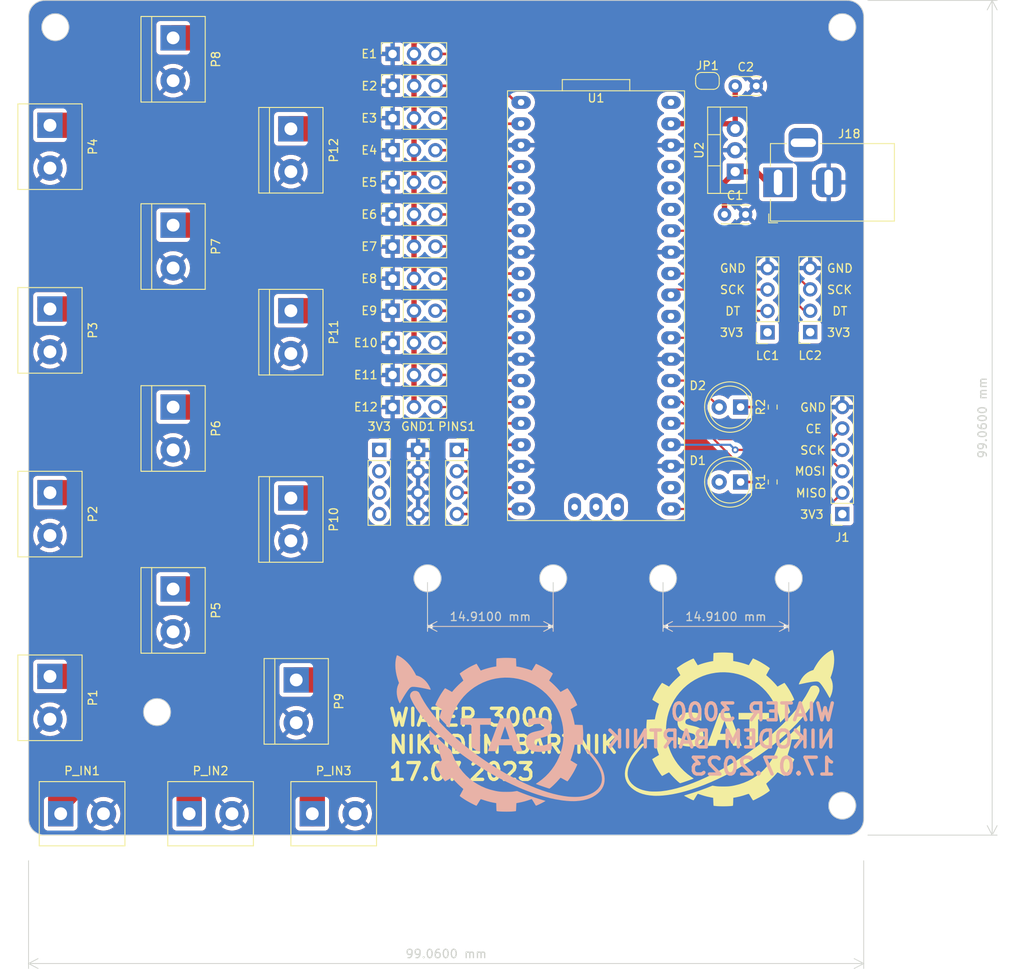
<source format=kicad_pcb>
(kicad_pcb (version 20221018) (generator pcbnew)
  (layers (0 "F.Cu" signal) (31 "B.Cu" signal) (34 "B.Paste" user) (35 "F.Paste" user) (36 "B.SilkS" user "B.Silkscreen") (37 "F.SilkS" user "F.Silkscreen") (38 "B.Mask" user) (39 "F.Mask" user) (44 "Edge.Cuts" user))
  (net 0 "")
  (net 1 "+12V")
  (net 2 "GND")
  (net 3 "+5V")
  (net 4 "Net-(D1-K)")
  (net 5 "+3V3")
  (net 6 "Net-(D2-K)")
  (net 7 "LED")
  (net 8 "MISO")
  (net 9 "MOSI")
  (net 10 "SCK")
  (net 11 "CE")
  (net 12 "PIN12")
  (net 13 "PIN13")
  (net 14 "PIN14")
  (net 15 "PIN15")
  (net 16 "S1")
  (net 17 "S2")
  (net 18 "S3")
  (net 19 "S4")
  (net 20 "S5")
  (net 21 "S6")
  (net 22 "S7")
  (net 23 "S8")
  (net 24 "S9")
  (net 25 "S10")
  (net 26 "S11")
  (net 27 "S12")
  (net 29 "HX711_1_DT")
  (net 30 "HX711_1_SCK")
  (net 31 "HX711_2_DT")
  (net 32 "HX711_2_SCK")
  (net 33 "CNS")
  (net 41 "Net-(E1-Pin_2)")
  (net 42 "Net-(P1-Pin_1)")
  (net 43 "Net-(P5-Pin_1)")
  (net 44 "Net-(P10-Pin_1)")
  (footprint "TerminalBlock:TerminalBlock_bornier-2_P5.08mm" (layer "F.Cu") (at 109.855 73.66 -90)
    (fp_text reference "P11" (at 2.54 -5.08 90) (layer "F.SilkS"))
    (fp_text value "P1")
    (pad "1" thru_hole rect (at 0 0 270) (size 3 3) (drill 1.52) (layers "*.Cu" "*.Mask") (net 44 "Net-(P10-Pin_1)"))
    (pad "2" thru_hole circle (at 5.08 0 270) (size 3 3) (drill 1.52) (layers "*.Cu" "*.Mask") (net 2 "GND"))
  )
  (footprint "Capacitor_THT:C_Disc_D3.0mm_W2.0mm_P2.50mm" (layer "F.Cu") (at 161.29 62.23)
    (fp_text reference "C1" (at 1.25 -2.25) (layer "F.SilkS"))
    (fp_text value "100u")
    (pad "1" thru_hole circle (at 0 0) (size 1.6 1.6) (drill 0.8) (layers "*.Cu" "*.Mask") (net 1 "+12V"))
    (pad "2" thru_hole circle (at 2.5 0) (size 1.6 1.6) (drill 0.8) (layers "*.Cu" "*.Mask") (net 2 "GND"))
  )
  (footprint "Connector_PinSocket_2.54mm:PinSocket_1x04_P2.54mm_Vertical" (layer "F.Cu") (at 171.45 76.2 180)
    (fp_text reference "LC2" (at 0 -2.77) (layer "F.SilkS"))
    (fp_text value "HX711_2")
    (pad "1" thru_hole rect (at 0 0 180) (size 1.7 1.7) (drill 1) (layers "*.Cu" "*.Mask") (net 5 "+3V3"))
    (pad "2" thru_hole oval (at 0 2.54 180) (size 1.7 1.7) (drill 1) (layers "*.Cu" "*.Mask") (net 31 "HX711_2_DT"))
    (pad "3" thru_hole oval (at 0 5.08 180) (size 1.7 1.7) (drill 1) (layers "*.Cu" "*.Mask") (net 32 "HX711_2_SCK"))
    (pad "4" thru_hole oval (at 0 7.62 180) (size 1.7 1.7) (drill 1) (layers "*.Cu" "*.Mask") (net 2 "GND"))
  )
  (footprint "Resistor_SMD:R_0603_1608Metric_Pad0.98x0.95mm_HandSolder" (layer "F.Cu") (at 167.005 93.98 90)
    (fp_text reference "R1" (at 0 -1.43 90) (layer "F.SilkS"))
    (fp_text value "200")
    (pad "1" smd roundrect (at -0.9125 0 90) (size 0.975 0.95) (layers "F.Cu" "F.Paste" "F.Mask") (net 4 "Net-(D1-K)"))
    (pad "2" smd roundrect (at 0.9125 0 90) (size 0.975 0.95) (layers "F.Cu" "F.Paste" "F.Mask") (net 2 "GND"))
  )
  (footprint "Jumper:SolderJumper-2_P1.3mm_Open_RoundedPad1.0x1.5mm" (layer "F.Cu") (at 159.26428 46.380818)
    (fp_text reference "JP1" (at 0 -1.8) (layer "F.SilkS"))
    (fp_text value "J_5V_ESC")
    (pad "1" smd custom (at -0.65 0) (size 1 0.5) (layers "F.Cu" "F.Mask") (net 41 "Net-(E1-Pin_2)") (options (clearance outline) (anchor rect)) (primitives (gr_circle (center 0 0.25) (end 0.5 0.25) (width 0) (fill yes)) (gr_circle (center 0 -0.25) (end 0.5 -0.25) (width 0) (fill yes)) (gr_poly (pts (xy 0.5 0.75) (xy 0 0.75) (xy 0 -0.75) (xy 0.5 -0.75)) (width 0) (fill yes))))
    (pad "2" smd custom (at 0.65 0) (size 1 0.5) (layers "F.Cu" "F.Mask") (net 3 "+5V") (options (clearance outline) (anchor rect)) (primitives (gr_circle (center 0 0.25) (end 0.5 0.25) (width 0) (fill yes)) (gr_circle (center 0 -0.25) (end 0.5 -0.25) (width 0) (fill yes)) (gr_poly (pts (xy 0 0.75) (xy -0.5 0.75) (xy -0.5 -0.75) (xy 0 -0.75)) (width 0) (fill yes))))
  )
  (footprint "TerminalBlock:TerminalBlock_bornier-2_P5.08mm" (layer "F.Cu") (at 95.885 85.09 -90)
    (fp_text reference "P6" (at 2.54 -5.08 90) (layer "F.SilkS"))
    (fp_text value "P1")
    (pad "1" thru_hole rect (at 0 0 270) (size 3 3) (drill 1.52) (layers "*.Cu" "*.Mask") (net 43 "Net-(P5-Pin_1)"))
    (pad "2" thru_hole circle (at 5.08 0 270) (size 3 3) (drill 1.52) (layers "*.Cu" "*.Mask") (net 2 "GND"))
  )
  (footprint "TerminalBlock:TerminalBlock_bornier-2_P5.08mm" (layer "F.Cu") (at 95.885 106.68 -90)
    (fp_text reference "P5" (at 2.54 -5.08 90) (layer "F.SilkS"))
    (fp_text value "P1")
    (pad "1" thru_hole rect (at 0 0 270) (size 3 3) (drill 1.52) (layers "*.Cu" "*.Mask") (net 43 "Net-(P5-Pin_1)"))
    (pad "2" thru_hole circle (at 5.08 0 270) (size 3 3) (drill 1.52) (layers "*.Cu" "*.Mask") (net 2 "GND"))
  )
  (footprint "Connector_PinSocket_2.54mm:PinSocket_1x03_P2.54mm_Vertical" (layer "F.Cu") (at 121.92 66.04 90)
    (fp_text reference "E7" (at 0 -2.77 180) (layer "F.SilkS"))
    (fp_text value "ESC7")
    (pad "1" thru_hole rect (at 0 0 90) (size 1.7 1.7) (drill 1) (layers "*.Cu" "*.Mask") (net 2 "GND"))
    (pad "2" thru_hole oval (at 0 2.54 90) (size 1.7 1.7) (drill 1) (layers "*.Cu" "*.Mask") (net 41 "Net-(E1-Pin_2)"))
    (pad "3" thru_hole oval (at 0 5.08 90) (size 1.7 1.7) (drill 1) (layers "*.Cu" "*.Mask") (net 22 "S7"))
  )
  (footprint "TerminalBlock:TerminalBlock_bornier-2_P5.08mm" (layer "F.Cu") (at 109.855 52.07 -90)
    (fp_text reference "P12" (at 2.54 -5.08 90) (layer "F.SilkS"))
    (fp_text value "P1")
    (pad "1" thru_hole rect (at 0 0 270) (size 3 3) (drill 1.52) (layers "*.Cu" "*.Mask") (net 44 "Net-(P10-Pin_1)"))
    (pad "2" thru_hole circle (at 5.08 0 270) (size 3 3) (drill 1.52) (layers "*.Cu" "*.Mask") (net 2 "GND"))
  )
  (footprint "TerminalBlock:TerminalBlock_bornier-2_P5.08mm" (layer "F.Cu") (at 82.55 133.35)
    (fp_text reference "P_IN1" (at 2.54 -5.08) (layer "F.SilkS"))
    (fp_text value "P")
    (pad "1" thru_hole rect (at 0 0) (size 3 3) (drill 1.52) (layers "*.Cu" "*.Mask") (net 42 "Net-(P1-Pin_1)"))
    (pad "2" thru_hole circle (at 5.08 0) (size 3 3) (drill 1.52) (layers "*.Cu" "*.Mask") (net 2 "GND"))
  )
  (footprint "Connector_PinSocket_2.54mm:PinSocket_1x04_P2.54mm_Vertical" (layer "F.Cu") (at 120.34 90.17)
    (fp_text reference "3V3" (at 0 -2.77) (layer "F.SilkS"))
    (fp_text value "3.3V")
    (pad "1" thru_hole rect (at 0 0) (size 1.7 1.7) (drill 1) (layers "*.Cu" "*.Mask") (net 5 "+3V3"))
    (pad "2" thru_hole oval (at 0 2.54) (size 1.7 1.7) (drill 1) (layers "*.Cu" "*.Mask") (net 5 "+3V3"))
    (pad "3" thru_hole oval (at 0 5.08) (size 1.7 1.7) (drill 1) (layers "*.Cu" "*.Mask") (net 5 "+3V3"))
    (pad "4" thru_hole oval (at 0 7.62) (size 1.7 1.7) (drill 1) (layers "*.Cu" "*.Mask") (net 5 "+3V3"))
  )
  (footprint "LED_THT:LED_D5.0mm" (layer "F.Cu") (at 163.195 93.98 180)
    (fp_text reference "D1" (at 5.08 2.54) (layer "F.SilkS"))
    (fp_text value "LED")
    (pad "1" thru_hole rect (at 0 0 180) (size 1.8 1.8) (drill 0.9) (layers "*.Cu" "*.Mask") (net 4 "Net-(D1-K)"))
    (pad "2" thru_hole circle (at 2.54 0 180) (size 1.8 1.8) (drill 0.9) (layers "*.Cu" "*.Mask") (net 5 "+3V3"))
  )
  (footprint "LOGO" (layer "F.Cu") (at 161.29 123.19)
    (fp_text reference "G***" hide)
    (fp_text value "LOGO" hide)
  )
  (footprint "Connector_PinSocket_2.54mm:PinSocket_1x04_P2.54mm_Vertical" (layer "F.Cu") (at 129.54 90.17)
    (fp_text reference "PINS1" (at 0 -2.77) (layer "F.SilkS"))
    (fp_text value "PINS")
    (pad "1" thru_hole rect (at 0 0) (size 1.7 1.7) (drill 1) (layers "*.Cu" "*.Mask") (net 12 "PIN12"))
    (pad "2" thru_hole oval (at 0 2.54) (size 1.7 1.7) (drill 1) (layers "*.Cu" "*.Mask") (net 13 "PIN13"))
    (pad "3" thru_hole oval (at 0 5.08) (size 1.7 1.7) (drill 1) (layers "*.Cu" "*.Mask") (net 14 "PIN14"))
    (pad "4" thru_hole oval (at 0 7.62) (size 1.7 1.7) (drill 1) (layers "*.Cu" "*.Mask") (net 15 "PIN15"))
  )
  (footprint "TerminalBlock:TerminalBlock_bornier-2_P5.08mm" (layer "F.Cu") (at 110.49 117.475 -90)
    (fp_text reference "P9" (at 2.54 -5.08 90) (layer "F.SilkS"))
    (fp_text value "P1")
    (pad "1" thru_hole rect (at 0 0 270) (size 3 3) (drill 1.52) (layers "*.Cu" "*.Mask") (net 44 "Net-(P10-Pin_1)"))
    (pad "2" thru_hole circle (at 5.08 0 270) (size 3 3) (drill 1.52) (layers "*.Cu" "*.Mask") (net 2 "GND"))
  )
  (footprint "Connector_PinSocket_2.54mm:PinSocket_1x03_P2.54mm_Vertical" (layer "F.Cu") (at 121.92 43.18 90)
    (fp_text reference "E1" (at 0 -2.77 180) (layer "F.SilkS"))
    (fp_text value "ESC1")
    (pad "1" thru_hole rect (at 0 0 90) (size 1.7 1.7) (drill 1) (layers "*.Cu" "*.Mask") (net 2 "GND"))
    (pad "2" thru_hole oval (at 0 2.54 90) (size 1.7 1.7) (drill 1) (layers "*.Cu" "*.Mask") (net 41 "Net-(E1-Pin_2)"))
    (pad "3" thru_hole oval (at 0 5.08 90) (size 1.7 1.7) (drill 1) (layers "*.Cu" "*.Mask") (net 16 "S1"))
  )
  (footprint "TerminalBlock:TerminalBlock_bornier-2_P5.08mm" (layer "F.Cu") (at 95.885 63.5 -90)
    (fp_text reference "P7" (at 2.54 -5.08 90) (layer "F.SilkS"))
    (fp_text value "P1")
    (pad "1" thru_hole rect (at 0 0 270) (size 3 3) (drill 1.52) (layers "*.Cu" "*.Mask") (net 43 "Net-(P5-Pin_1)"))
    (pad "2" thru_hole circle (at 5.08 0 270) (size 3 3) (drill 1.52) (layers "*.Cu" "*.Mask") (net 2 "GND"))
  )
  (footprint "Capacitor_THT:C_Disc_D3.0mm_W2.0mm_P2.50mm" (layer "F.Cu") (at 162.56 46.99)
    (fp_text reference "C2" (at 1.25 -2.25) (layer "F.SilkS"))
    (fp_text value "10u")
    (pad "1" thru_hole circle (at 0 0) (size 1.6 1.6) (drill 0.8) (layers "*.Cu" "*.Mask") (net 3 "+5V"))
    (pad "2" thru_hole circle (at 2.5 0) (size 1.6 1.6) (drill 0.8) (layers "*.Cu" "*.Mask") (net 2 "GND"))
  )
  (footprint "Connector_PinSocket_2.54mm:PinSocket_1x06_P2.54mm_Vertical" (layer "F.Cu") (at 175.26 97.79 180)
    (fp_text reference "J1" (at 0 -2.77) (layer "F.SilkS"))
    (fp_text value "SPI")
    (pad "1" thru_hole rect (at 0 0 180) (size 1.7 1.7) (drill 1) (layers "*.Cu" "*.Mask") (net 5 "+3V3"))
    (pad "2" thru_hole oval (at 0 2.54 180) (size 1.7 1.7) (drill 1) (layers "*.Cu" "*.Mask") (net 8 "MISO"))
    (pad "3" thru_hole oval (at 0 5.08 180) (size 1.7 1.7) (drill 1) (layers "*.Cu" "*.Mask") (net 9 "MOSI"))
    (pad "4" thru_hole oval (at 0 7.62 180) (size 1.7 1.7) (drill 1) (layers "*.Cu" "*.Mask") (net 10 "SCK"))
    (pad "5" thru_hole oval (at 0 10.16 180) (size 1.7 1.7) (drill 1) (layers "*.Cu" "*.Mask") (net 11 "CE"))
    (pad "6" thru_hole oval (at 0 12.7 180) (size 1.7 1.7) (drill 1) (layers "*.Cu" "*.Mask") (net 2 "GND"))
  )
  (footprint "TerminalBlock:TerminalBlock_bornier-2_P5.08mm" (layer "F.Cu") (at 81.28 117.051668 -90)
    (fp_text reference "P1" (at 2.54 -5.08 90) (layer "F.SilkS"))
    (fp_text value "P1")
    (pad "1" thru_hole rect (at 0 0 270) (size 3 3) (drill 1.52) (layers "*.Cu" "*.Mask") (net 42 "Net-(P1-Pin_1)"))
    (pad "2" thru_hole circle (at 5.08 0 270) (size 3 3) (drill 1.52) (layers "*.Cu" "*.Mask") (net 2 "GND"))
  )
  (footprint "Connector_PinSocket_2.54mm:PinSocket_1x03_P2.54mm_Vertical" (layer "F.Cu") (at 121.92 50.8 90)
    (fp_text reference "E3" (at 0 -2.77 180) (layer "F.SilkS"))
    (fp_text value "ESC3")
    (pad "1" thru_hole rect (at 0 0 90) (size 1.7 1.7) (drill 1) (layers "*.Cu" "*.Mask") (net 2 "GND"))
    (pad "2" thru_hole oval (at 0 2.54 90) (size 1.7 1.7) (drill 1) (layers "*.Cu" "*.Mask") (net 41 "Net-(E1-Pin_2)"))
    (pad "3" thru_hole oval (at 0 5.08 90) (size 1.7 1.7) (drill 1) (layers "*.Cu" "*.Mask") (net 18 "S3"))
  )
  (footprint "Connector_PinSocket_2.54mm:PinSocket_1x03_P2.54mm_Vertical" (layer "F.Cu") (at 121.92 69.85 90)
    (fp_text reference "E8" (at 0 -2.77 180) (layer "F.SilkS"))
    (fp_text value "ESC8")
    (pad "1" thru_hole rect (at 0 0 90) (size 1.7 1.7) (drill 1) (layers "*.Cu" "*.Mask") (net 2 "GND"))
    (pad "2" thru_hole oval (at 0 2.54 90) (size 1.7 1.7) (drill 1) (layers "*.Cu" "*.Mask") (net 41 "Net-(E1-Pin_2)"))
    (pad "3" thru_hole oval (at 0 5.08 90) (size 1.7 1.7) (drill 1) (layers "*.Cu" "*.Mask") (net 23 "S8"))
  )
  (footprint "TerminalBlock:TerminalBlock_bornier-2_P5.08mm" (layer "F.Cu") (at 81.28 73.448334 -90)
    (fp_text reference "P3" (at 2.54 -5.08 90) (layer "F.SilkS"))
    (fp_text value "P1")
    (pad "1" thru_hole rect (at 0 0 270) (size 3 3) (drill 1.52) (layers "*.Cu" "*.Mask") (net 42 "Net-(P1-Pin_1)"))
    (pad "2" thru_hole circle (at 5.08 0 270) (size 3 3) (drill 1.52) (layers "*.Cu" "*.Mask") (net 2 "GND"))
  )
  (footprint "LED_THT:LED_D5.0mm" (layer "F.Cu") (at 163.195 85.09 180)
    (fp_text reference "D2" (at 5.08 2.54) (layer "F.SilkS"))
    (fp_text value "LED")
    (pad "1" thru_hole rect (at 0 0 180) (size 1.8 1.8) (drill 0.9) (layers "*.Cu" "*.Mask") (net 6 "Net-(D2-K)"))
    (pad "2" thru_hole circle (at 2.54 0 180) (size 1.8 1.8) (drill 0.9) (layers "*.Cu" "*.Mask") (net 7 "LED"))
  )
  (footprint "Connector_PinSocket_2.54mm:PinSocket_1x03_P2.54mm_Vertical" (layer "F.Cu") (at 121.92 77.47 90)
    (fp_text reference "E10" (at 0 -3.175 180) (layer "F.SilkS"))
    (fp_text value "ESC10")
    (pad "1" thru_hole rect (at 0 0 90) (size 1.7 1.7) (drill 1) (layers "*.Cu" "*.Mask") (net 2 "GND"))
    (pad "2" thru_hole oval (at 0 2.54 90) (size 1.7 1.7) (drill 1) (layers "*.Cu" "*.Mask") (net 41 "Net-(E1-Pin_2)"))
    (pad "3" thru_hole oval (at 0 5.08 90) (size 1.7 1.7) (drill 1) (layers "*.Cu" "*.Mask") (net 25 "S10"))
  )
  (footprint "TerminalBlock:TerminalBlock_bornier-2_P5.08mm" (layer "F.Cu") (at 112.395 133.35)
    (fp_text reference "P_IN3" (at 2.54 -5.08) (layer "F.SilkS"))
    (fp_text value "P")
    (pad "1" thru_hole rect (at 0 0) (size 3 3) (drill 1.52) (layers "*.Cu" "*.Mask") (net 44 "Net-(P10-Pin_1)"))
    (pad "2" thru_hole circle (at 5.08 0) (size 3 3) (drill 1.52) (layers "*.Cu" "*.Mask") (net 2 "GND"))
  )
  (footprint "Connector_PinSocket_2.54mm:PinSocket_1x04_P2.54mm_Vertical" (layer "F.Cu") (at 124.94 90.17)
    (fp_text reference "GND1" (at 0 -2.77) (layer "F.SilkS"))
    (fp_text value "GND")
    (pad "1" thru_hole rect (at 0 0) (size 1.7 1.7) (drill 1) (layers "*.Cu" "*.Mask") (net 2 "GND"))
    (pad "2" thru_hole oval (at 0 2.54) (size 1.7 1.7) (drill 1) (layers "*.Cu" "*.Mask") (net 2 "GND"))
    (pad "3" thru_hole oval (at 0 5.08) (size 1.7 1.7) (drill 1) (layers "*.Cu" "*.Mask") (net 2 "GND"))
    (pad "4" thru_hole oval (at 0 7.62) (size 1.7 1.7) (drill 1) (layers "*.Cu" "*.Mask") (net 2 "GND"))
  )
  (footprint "Connector_PinSocket_2.54mm:PinSocket_1x03_P2.54mm_Vertical" (layer "F.Cu") (at 121.92 81.28 90)
    (fp_text reference "E11" (at 0 -3.175 180) (layer "F.SilkS"))
    (fp_text value "ESC11")
    (pad "1" thru_hole rect (at 0 0 90) (size 1.7 1.7) (drill 1) (layers "*.Cu" "*.Mask") (net 2 "GND"))
    (pad "2" thru_hole oval (at 0 2.54 90) (size 1.7 1.7) (drill 1) (layers "*.Cu" "*.Mask") (net 41 "Net-(E1-Pin_2)"))
    (pad "3" thru_hole oval (at 0 5.08 90) (size 1.7 1.7) (drill 1) (layers "*.Cu" "*.Mask") (net 26 "S11"))
  )
  (footprint "Resistor_SMD:R_0603_1608Metric_Pad0.98x0.95mm_HandSolder" (layer "F.Cu") (at 167.005 85.09 90)
    (fp_text reference "R2" (at 0 -1.43 90) (layer "F.SilkS"))
    (fp_text value "200")
    (pad "1" smd roundrect (at -0.9125 0 90) (size 0.975 0.95) (layers "F.Cu" "F.Paste" "F.Mask") (net 6 "Net-(D2-K)"))
    (pad "2" smd roundrect (at 0.9125 0 90) (size 0.975 0.95) (layers "F.Cu" "F.Paste" "F.Mask") (net 2 "GND"))
  )
  (footprint "Connector_BarrelJack:BarrelJack_Horizontal" (layer "F.Cu") (at 167.64 58.42 180)
    (fp_text reference "J18" (at -8.45 5.75) (layer "F.SilkS"))
    (fp_text value "Barrel_Jack_Switch")
    (pad "1" thru_hole rect (at 0 0 180) (size 3.5 3.5) (drill oval 1 3) (layers "*.Cu" "*.Mask") (net 1 "+12V"))
    (pad "2" thru_hole roundrect (at -6 0 180) (size 3 3.5) (drill oval 1 3) (layers "*.Cu" "*.Mask") (net 2 "GND"))
    (pad "3" thru_hole roundrect (at -3 4.7 180) (size 3.5 3.5) (drill oval 3 1) (layers "*.Cu" "*.Mask"))
  )
  (footprint "Connector_PinSocket_2.54mm:PinSocket_1x03_P2.54mm_Vertical" (layer "F.Cu") (at 121.935 46.965 90)
    (fp_text reference "E2" (at -0.025 -2.77 180) (layer "F.SilkS"))
    (fp_text value "ESC2")
    (pad "1" thru_hole rect (at 0 0 90) (size 1.7 1.7) (drill 1) (layers "*.Cu" "*.Mask") (net 2 "GND"))
    (pad "2" thru_hole oval (at 0 2.54 90) (size 1.7 1.7) (drill 1) (layers "*.Cu" "*.Mask") (net 41 "Net-(E1-Pin_2)"))
    (pad "3" thru_hole oval (at 0 5.08 90) (size 1.7 1.7) (drill 1) (layers "*.Cu" "*.Mask") (net 17 "S2"))
  )
  (footprint "Package_TO_SOT_THT:TO-220-3_Vertical" (layer "F.Cu") (at 162.56 57.15 90)
    (fp_text reference "U2" (at 2.54 -4.27 90) (layer "F.SilkS"))
    (fp_text value "L7805")
    (pad "1" thru_hole rect (at 0 0 90) (size 1.905 2) (drill 1.1) (layers "*.Cu" "*.Mask") (net 1 "+12V"))
    (pad "2" thru_hole oval (at 2.54 0 90) (size 1.905 2) (drill 1.1) (layers "*.Cu" "*.Mask") (net 2 "GND"))
    (pad "3" thru_hole oval (at 5.08 0 90) (size 1.905 2) (drill 1.1) (layers "*.Cu" "*.Mask") (net 3 "+5V"))
  )
  (footprint "TerminalBlock:TerminalBlock_bornier-2_P5.08mm" (layer "F.Cu") (at 97.79 133.35)
    (fp_text reference "P_IN2" (at 2.54 -5.08) (layer "F.SilkS"))
    (fp_text value "P")
    (pad "1" thru_hole rect (at 0 0) (size 3 3) (drill 1.52) (layers "*.Cu" "*.Mask") (net 43 "Net-(P5-Pin_1)"))
    (pad "2" thru_hole circle (at 5.08 0) (size 3 3) (drill 1.52) (layers "*.Cu" "*.Mask") (net 2 "GND"))
  )
  (footprint "Connector_PinSocket_2.54mm:PinSocket_1x03_P2.54mm_Vertical" (layer "F.Cu") (at 121.92 54.61 90)
    (fp_text reference "E4" (at 0 -2.77 180) (layer "F.SilkS"))
    (fp_text value "ESC4")
    (pad "1" thru_hole rect (at 0 0 90) (size 1.7 1.7) (drill 1) (layers "*.Cu" "*.Mask") (net 2 "GND"))
    (pad "2" thru_hole oval (at 0 2.54 90) (size 1.7 1.7) (drill 1) (layers "*.Cu" "*.Mask") (net 41 "Net-(E1-Pin_2)"))
    (pad "3" thru_hole oval (at 0 5.08 90) (size 1.7 1.7) (drill 1) (layers "*.Cu" "*.Mask") (net 19 "S4"))
  )
  (footprint "Connector_PinSocket_2.54mm:PinSocket_1x03_P2.54mm_Vertical" (layer "F.Cu") (at 121.92 62.23 90)
    (fp_text reference "E6" (at 0 -2.77 180) (layer "F.SilkS"))
    (fp_text value "ESC6")
    (pad "1" thru_hole rect (at 0 0 90) (size 1.7 1.7) (drill 1) (layers "*.Cu" "*.Mask") (net 2 "GND"))
    (pad "2" thru_hole oval (at 0 2.54 90) (size 1.7 1.7) (drill 1) (layers "*.Cu" "*.Mask") (net 41 "Net-(E1-Pin_2)"))
    (pad "3" thru_hole oval (at 0 5.08 90) (size 1.7 1.7) (drill 1) (layers "*.Cu" "*.Mask") (net 21 "S6"))
  )
  (footprint "TerminalBlock:TerminalBlock_bornier-2_P5.08mm" (layer "F.Cu") (at 81.28 51.646668 -90)
    (fp_text reference "P4" (at 2.54 -5.08 90) (layer "F.SilkS"))
    (fp_text value "P1")
    (pad "1" thru_hole rect (at 0 0 270) (size 3 3) (drill 1.52) (layers "*.Cu" "*.Mask") (net 42 "Net-(P1-Pin_1)"))
    (pad "2" thru_hole circle (at 5.08 0 270) (size 3 3) (drill 1.52) (layers "*.Cu" "*.Mask") (net 2 "GND"))
  )
  (footprint "TerminalBlock:TerminalBlock_bornier-2_P5.08mm" (layer "F.Cu") (at 95.885 41.275 -90)
    (fp_text reference "P8" (at 2.54 -5.08 90) (layer "F.SilkS"))
    (fp_text value "P1")
    (pad "1" thru_hole rect (at 0 0 270) (size 3 3) (drill 1.52) (layers "*.Cu" "*.Mask") (net 43 "Net-(P5-Pin_1)"))
    (pad "2" thru_hole circle (at 5.08 0 270) (size 3 3) (drill 1.52) (layers "*.Cu" "*.Mask") (net 2 "GND"))
  )
  (footprint "Connector_PinSocket_2.54mm:PinSocket_1x03_P2.54mm_Vertical" (layer "F.Cu") (at 121.92 58.42 90)
    (fp_text reference "E5" (at 0 -2.77 180) (layer "F.SilkS"))
    (fp_text value "ESC5")
    (pad "1" thru_hole rect (at 0 0 90) (size 1.7 1.7) (drill 1) (layers "*.Cu" "*.Mask") (net 2 "GND"))
    (pad "2" thru_hole oval (at 0 2.54 90) (size 1.7 1.7) (drill 1) (layers "*.Cu" "*.Mask") (net 41 "Net-(E1-Pin_2)"))
    (pad "3" thru_hole oval (at 0 5.08 90) (size 1.7 1.7) (drill 1) (layers "*.Cu" "*.Mask") (net 20 "S5"))
  )
  (footprint "Connector_PinSocket_2.54mm:PinSocket_1x03_P2.54mm_Vertical" (layer "F.Cu") (at 121.92 73.66 90)
    (fp_text reference "E9" (at 0 -2.77 180) (layer "F.SilkS"))
    (fp_text value "ESC9")
    (pad "1" thru_hole rect (at 0 0 90) (size 1.7 1.7) (drill 1) (layers "*.Cu" "*.Mask") (net 2 "GND"))
    (pad "2" thru_hole oval (at 0 2.54 90) (size 1.7 1.7) (drill 1) (layers "*.Cu" "*.Mask") (net 41 "Net-(E1-Pin_2)"))
    (pad "3" thru_hole oval (at 0 5.08 90) (size 1.7 1.7) (drill 1) (layers "*.Cu" "*.Mask") (net 24 "S9"))
  )
  (footprint "TerminalBlock:TerminalBlock_bornier-2_P5.08mm" (layer "F.Cu") (at 109.855 95.885 -90)
    (fp_text reference "P10" (at 2.54 -5.08 90) (layer "F.SilkS"))
    (fp_text value "P1")
    (pad "1" thru_hole rect (at 0 0 270) (size 3 3) (drill 1.52) (layers "*.Cu" "*.Mask") (net 44 "Net-(P10-Pin_1)"))
    (pad "2" thru_hole circle (at 5.08 0 270) (size 3 3) (drill 1.52) (layers "*.Cu" "*.Mask") (net 2 "GND"))
  )
  (footprint "Connector_PinSocket_2.54mm:PinSocket_1x04_P2.54mm_Vertical" (layer "F.Cu") (at 166.395 76.225 180)
    (fp_text reference "LC1" (at 0 -2.77) (layer "F.SilkS"))
    (fp_text value "HX711_1")
    (pad "1" thru_hole rect (at 0 0 180) (size 1.7 1.7) (drill 1) (layers "*.Cu" "*.Mask") (net 5 "+3V3"))
    (pad "2" thru_hole oval (at 0 2.54 180) (size 1.7 1.7) (drill 1) (layers "*.Cu" "*.Mask") (net 29 "HX711_1_DT"))
    (pad "3" thru_hole oval (at 0 5.08 180) (size 1.7 1.7) (drill 1) (layers "*.Cu" "*.Mask") (net 30 "HX711_1_SCK"))
    (pad "4" thru_hole oval (at 0 7.62 180) (size 1.7 1.7) (drill 1) (layers "*.Cu" "*.Mask") (net 2 "GND"))
  )
  (footprint "TerminalBlock:TerminalBlock_bornier-2_P5.08mm" (layer "F.Cu") (at 81.28 95.25 -90)
    (fp_text reference "P2" (at 2.54 -5.08 90) (layer "F.SilkS"))
    (fp_text value "P1")
    (pad "1" thru_hole rect (at 0 0 270) (size 3 3) (drill 1.52) (layers "*.Cu" "*.Mask") (net 42 "Net-(P1-Pin_1)"))
    (pad "2" thru_hole circle (at 5.08 0 270) (size 3 3) (drill 1.52) (layers "*.Cu" "*.Mask") (net 2 "GND"))
  )
  (footprint "Connector_PinSocket_2.54mm:PinSocket_1x03_P2.54mm_Vertical" (layer "F.Cu") (at 121.92 85.09 90)
    (fp_text reference "E12" (at 0 -3.175 180) (layer "F.SilkS"))
    (fp_text value "ESC12")
    (pad "1" thru_hole rect (at 0 0 90) (size 1.7 1.7) (drill 1) (layers "*.Cu" "*.Mask") (net 2 "GND"))
    (pad "2" thru_hole oval (at 0 2.54 90) (size 1.7 1.7) (drill 1) (layers "*.Cu" "*.Mask") (net 41 "Net-(E1-Pin_2)"))
    (pad "3" thru_hole oval (at 0 5.08 90) (size 1.7 1.7) (drill 1) (layers "*.Cu" "*.Mask") (net 27 "S12"))
  )
  (footprint "pipico:raspberry pi pico" (layer "F.Cu") (at 146.05 48.925)
    (fp_text reference "U1" (at 0 -0.5 unlocked) (layer "F.SilkS"))
    (fp_text value "pi pico")
    (pad "1" thru_hole oval (at -8.89 0) (size 2.3 1.524) (drill 0.762) (layers "*.Cu" "*.Mask") (net 16 "S1"))
    (pad "2" thru_hole oval (at -8.89 2.54) (size 2.3 1.524) (drill 0.762) (layers "*.Cu" "*.Mask") (net 17 "S2"))
    (pad "3" thru_hole oval (at -8.89 5.08) (size 2.3 1.524) (drill 0.762) (layers "*.Cu" "*.Mask") (net 2 "GND"))
    (pad "4" thru_hole oval (at -8.89 7.62) (size 2.3 1.524) (drill 0.762) (layers "*.Cu" "*.Mask") (net 18 "S3"))
    (pad "5" thru_hole oval (at -8.89 10.16) (size 2.3 1.524) (drill 0.762) (layers "*.Cu" "*.Mask") (net 19 "S4"))
    (pad "6" thru_hole oval (at -8.89 12.7) (size 2.3 1.524) (drill 0.762) (layers "*.Cu" "*.Mask") (net 20 "S5"))
    (pad "7" thru_hole oval (at -8.89 15.24) (size 2.3 1.524) (drill 0.762) (layers "*.Cu" "*.Mask") (net 21 "S6"))
    (pad "8" thru_hole oval (at -8.89 17.78) (size 2.3 1.524) (drill 0.762) (layers "*.Cu" "*.Mask") (net 2 "GND"))
    (pad "9" thru_hole oval (at -8.89 20.32) (size 2.3 1.524) (drill 0.762) (layers "*.Cu" "*.Mask") (net 22 "S7"))
    (pad "10" thru_hole oval (at -8.89 22.86) (size 2.3 1.524) (drill 0.762) (layers "*.Cu" "*.Mask") (net 23 "S8"))
    (pad "11" thru_hole oval (at -8.89 25.4) (size 2.3 1.524) (drill 0.762) (layers "*.Cu" "*.Mask") (net 24 "S9"))
    (pad "12" thru_hole oval (at -8.89 27.94) (size 2.3 1.524) (drill 0.762) (layers "*.Cu" "*.Mask") (net 25 "S10"))
    (pad "13" thru_hole oval (at -8.89 30.48) (size 2.3 1.524) (drill 0.762) (layers "*.Cu" "*.Mask") (net 2 "GND"))
    (pad "14" thru_hole oval (at -8.89 33.02) (size 2.3 1.524) (drill 0.762) (layers "*.Cu" "*.Mask") (net 26 "S11"))
    (pad "15" thru_hole oval (at -8.89 35.56) (size 2.3 1.524) (drill 0.762) (layers "*.Cu" "*.Mask") (net 27 "S12"))
    (pad "16" thru_hole oval (at -8.89 38.1) (size 2.3 1.524) (drill 0.762) (layers "*.Cu" "*.Mask") (net 12 "PIN12"))
    (pad "17" thru_hole oval (at -8.89 40.64) (size 2.3 1.524) (drill 0.762) (layers "*.Cu" "*.Mask") (net 13 "PIN13"))
    (pad "18" thru_hole oval (at -8.89 43.18) (size 2.3 1.524) (drill 0.762) (layers "*.Cu" "*.Mask") (net 2 "GND"))
    (pad "19" thru_hole oval (at -8.89 45.72) (size 2.3 1.524) (drill 0.762) (layers "*.Cu" "*.Mask") (net 14 "PIN14"))
    (pad "20" thru_hole oval (at -8.89 48.26) (size 2.3 1.524) (drill 0.762) (layers "*.Cu" "*.Mask") (net 15 "PIN15"))
    (pad "21" thru_hole oval (at 8.89 48.26) (size 2.3 1.524) (drill 0.762) (layers "*.Cu" "*.Mask") (net 8 "MISO"))
    (pad "22" thru_hole oval (at 8.89 45.72) (size 2.3 1.524) (drill 0.762) (layers "*.Cu" "*.Mask") (net 33 "CNS"))
    (pad "23" thru_hole oval (at 8.89 43.18) (size 2.3 1.524) (drill 0.762) (layers "*.Cu" "*.Mask") (net 2 "GND"))
    (pad "24" thru_hole oval (at 8.89 40.64) (size 2.3 1.524) (drill 0.762) (layers "*.Cu" "*.Mask") (net 10 "SCK"))
    (pad "25" thru_hole oval (at 8.89 38.1) (size 2.3 1.524) (drill 0.762) (layers "*.Cu" "*.Mask") (net 9 "MOSI"))
    (pad "26" thru_hole oval (at 8.89 35.56) (size 2.3 1.524) (drill 0.762) (layers "*.Cu" "*.Mask") (net 11 "CE"))
    (pad "27" thru_hole oval (at 8.89 33.02) (size 2.3 1.524) (drill 0.762) (layers "*.Cu" "*.Mask") (net 7 "LED"))
    (pad "28" thru_hole oval (at 8.89 30.48) (size 2.3 1.524) (drill 0.762) (layers "*.Cu" "*.Mask") (net 2 "GND"))
    (pad "29" thru_hole oval (at 8.89 27.94) (size 2.3 1.524) (drill 0.762) (layers "*.Cu" "*.Mask") (net 29 "HX711_1_DT"))
    (pad "30" thru_hole oval (at 8.89 25.4) (size 2.3 1.524) (drill 0.762) (layers "*.Cu" "*.Mask"))
    (pad "31" thru_hole oval (at 8.89 22.86) (size 2.3 1.524) (drill 0.762) (layers "*.Cu" "*.Mask") (net 30 "HX711_1_SCK"))
    (pad "32" thru_hole oval (at 8.89 20.32) (size 2.3 1.524) (drill 0.762) (layers "*.Cu" "*.Mask") (net 31 "HX711_2_DT"))
    (pad "33" thru_hole oval (at 8.89 17.78) (size 2.3 1.524) (drill 0.762) (layers "*.Cu" "*.Mask") (net 2 "GND"))
    (pad "34" thru_hole oval (at 8.89 15.24) (size 2.3 1.524) (drill 0.762) (layers "*.Cu" "*.Mask") (net 32 "HX711_2_SCK"))
    (pad "35" thru_hole oval (at 8.89 12.7) (size 2.3 1.524) (drill 0.762) (layers "*.Cu" "*.Mask"))
    (pad "36" thru_hole oval (at 8.89 10.16) (size 2.3 1.524) (drill 0.762) (layers "*.Cu" "*.Mask") (net 5 "+3V3"))
    (pad "37" thru_hole oval (at 8.89 7.62) (size 2.3 1.524) (drill 0.762) (layers "*.Cu" "*.Mask"))
    (pad "38" thru_hole oval (at 8.89 5.08) (size 2.3 1.524) (drill 0.762) (layers "*.Cu" "*.Mask") (net 2 "GND"))
    (pad "39" thru_hole oval (at 8.89 2.54) (size 2.3 1.524) (drill 0.762) (layers "*.Cu" "*.Mask") (net 3 "+5V"))
    (pad "40" thru_hole oval (at 8.89 0) (size 2.3 1.524) (drill 0.762) (layers "*.Cu" "*.Mask"))
    (pad "41" thru_hole oval (at -2.54 48.03 90) (size 2.3 1.524) (drill 0.762) (layers "*.Cu" "*.Mask"))
    (pad "42" thru_hole oval (at 0 48.03 90) (size 2.3 1.524) (drill 0.762) (layers "*.Cu" "*.Mask"))
    (pad "43" thru_hole oval (at 2.54 48.03 90) (size 2.3 1.524) (drill 0.762) (layers "*.Cu" "*.Mask"))
  )
  (footprint "LOGO" (layer "B.Cu") (at 135.255 123.825 180)
    (fp_text reference "G***" hide)
    (fp_text value "LOGO" hide)
  )
  (gr_circle (center 93.98 121.285) (end 95.58 121.285) (stroke (width 0.1)) (fill none) (layer "Edge.Cuts"))
  (gr_circle (center 126.06 105.41) (end 127.66 105.41) (stroke (width 0.1)) (fill none) (layer "Edge.Cuts"))
  (gr_arc (start 80.645 135.89) (mid 79.297962 135.332038) (end 78.74 133.985) (stroke (width 0.1)) (layer "Edge.Cuts"))
  (gr_line (start 177.8 38.735) (end 177.8 133.985) (stroke (width 0.1)) (layer "Edge.Cuts"))
  (gr_circle (center 168.91 105.41) (end 170.51 105.41) (stroke (width 0.1)) (fill none) (layer "Edge.Cuts"))
  (gr_circle (center 140.97 105.41) (end 142.57 105.41) (stroke (width 0.1)) (fill none) (layer "Edge.Cuts"))
  (gr_line (start 78.74 133.985) (end 78.74 38.735) (stroke (width 0.1)) (layer "Edge.Cuts"))
  (gr_arc (start 78.74 38.735) (mid 79.297962 37.387962) (end 80.645 36.83) (stroke (width 0.1)) (layer "Edge.Cuts"))
  (gr_arc (start 177.8 133.985) (mid 177.242038 135.332038) (end 175.895 135.89) (stroke (width 0.1)) (layer "Edge.Cuts"))
  (gr_line (start 80.645 36.83) (end 175.895 36.83) (stroke (width 0.1)) (layer "Edge.Cuts"))
  (gr_circle (center 81.915 40.005) (end 83.515 40.005) (stroke (width 0.1)) (fill none) (layer "Edge.Cuts"))
  (gr_circle (center 175.26 40.005) (end 176.86 40.005) (stroke (width 0.1)) (fill none) (layer "Edge.Cuts"))
  (gr_arc (start 175.895 36.83) (mid 177.242038 37.387962) (end 177.8 38.735) (stroke (width 0.1)) (layer "Edge.Cuts"))
  (gr_line (start 175.895 135.89) (end 80.645 135.89) (stroke (width 0.1)) (layer "Edge.Cuts"))
  (gr_circle (center 154 105.41) (end 155.6 105.41) (stroke (width 0.1)) (fill none) (layer "Edge.Cuts"))
  (gr_circle (center 175.26 132.385) (end 176.86 132.385) (stroke (width 0.1)) (fill none) (layer "Edge.Cuts"))
  (gr_text "WIATER 3000\nNIKODEM BARTNIK\n17.07.2023" (at 174.625 128.905) (layer "B.SilkS") (effects (font (size 2 2) (thickness 0.4) bold) (justify left bottom mirror)))
  (gr_text "MOSI\n\n" (at 169.535159 94.901927) (layer "F.SilkS") (effects (font (size 1 1)) (justify left bottom)))
  (gr_text "GND" (at 170.18 85.725) (layer "F.SilkS") (effects (font (size 1 1)) (justify left bottom)))
  (gr_text "GND" (at 173.355 69.215) (layer "F.SilkS") (effects (font (size 1 1)) (justify left bottom)))
  (gr_text "3V3\n" (at 170.18 98.425) (layer "F.SilkS") (effects (font (size 1 1)) (justify left bottom)))
  (gr_text "DT" (at 173.99 74.295) (layer "F.SilkS") (effects (font (size 1 1)) (justify left bottom)))
  (gr_text "WIATER 3000\nNIKODEM BARTNIK\n17.07.2023" (at 121.285 129.54) (layer "F.SilkS") (effects (font (size 2 2) (thickness 0.4) bold) (justify left bottom)))
  (gr_text "3V3" (at 160.655 76.835) (layer "F.SilkS") (effects (font (size 1 1)) (justify left bottom)))
  (gr_text "CE" (at 170.815 88.265) (layer "F.SilkS") (effects (font (size 1 1)) (justify left bottom)))
  (gr_text "3V3" (at 173.355 76.835) (layer "F.SilkS") (effects (font (size 1 1)) (justify left bottom)))
  (gr_text "SCK" (at 170.18 90.805) (layer "F.SilkS") (effects (font (size 1 1)) (justify left bottom)))
  (gr_text "DT" (at 161.29 74.295) (layer "F.SilkS") (effects (font (size 1 1)) (justify left bottom)))
  (gr_text "SCK" (at 160.655 71.755) (layer "F.SilkS") (effects (font (size 1 1)) (justify left bottom)))
  (gr_text "MISO" (at 169.6575 95.885) (layer "F.SilkS") (effects (font (size 1 1)) (justify left bottom)))
  (gr_text "GND" (at 160.655 69.215) (layer "F.SilkS") (effects (font (size 1 1)) (justify left bottom)))
  (gr_text "SCK" (at 173.355 71.755) (layer "F.SilkS") (effects (font (size 1 1)) (justify left bottom)))
  (dimension (type aligned) (layer "Edge.Cuts") (pts (xy 177.8 135.89) (xy 177.8 36.83)) (height 15.24) (gr_text "99.0600 mm" (at 191.89 86.36 90) (layer "Edge.Cuts") (effects (font (size 1 1) (thickness 0.15)))) (format (prefix "") (suffix "") (units 3) (units_format 1) (precision 4)) (style (thickness 0.1) (arrow_length 1.27) (text_position_mode 0) (extension_height 0.58642) (extension_offset 0.5) keep_text_aligned))
  (dimension (type aligned) (layer "Edge.Cuts") (pts (xy 177.8 138.43) (xy 78.74 138.43)) (height -12.7) (gr_text "99.0600 mm" (at 128.27 149.98) (layer "Edge.Cuts") (effects (font (size 1 1) (thickness 0.15)))) (format (prefix "") (suffix "") (units 3) (units_format 1) (precision 4)) (style (thickness 0.1) (arrow_length 1.27) (text_position_mode 0) (extension_height 0.58642) (extension_offset 0.5) keep_text_aligned))
  (dimension (type aligned) (layer "Edge.Cuts") (pts (xy 126.06 105.41) (xy 140.97 105.41)) (height 5.715) (gr_text "14.9100 mm" (at 133.515 109.975) (layer "Edge.Cuts") (effects (font (size 1 1) (thickness 0.15)))) (format (prefix "") (suffix "") (units 3) (units_format 1) (precision 4)) (style (thickness 0.1) (arrow_length 1.27) (text_position_mode 0) (extension_height 0.58642) (extension_offset 0.5) keep_text_aligned))
  (dimension (type aligned) (layer "Edge.Cuts") (pts (xy 154 105.41) (xy 168.91 105.41)) (height 5.715) (gr_text "14.9100 mm" (at 161.455 109.975) (layer "Edge.Cuts") (effects (font (size 1 1) (thickness 0.15)))) (format (prefix "") (suffix "") (units 3) (units_format 1) (precision 4)) (style (thickness 0.1) (arrow_length 1.27) (text_position_mode 0) (extension_height 0.58642) (extension_offset 0.5) keep_text_aligned))
  (segment (start 162.56 57.15) (end 165.1 57.15) (width 0.635) (layer "F.Cu") (net 1))
  (segment (start 165.1 57.15) (end 166.37 58.42) (width 0.635) (layer "F.Cu") (net 1))
  (segment (start 166.37 58.42) (end 167.64 58.42) (width 0.635) (layer "F.Cu") (net 1))
  (segment (start 162.56 57.15) (end 161.29 58.42) (width 0.635) (layer "F.Cu") (net 1))
  (segment (start 161.29 58.42) (end 161.29 62.23) (width 0.635) (layer "F.Cu") (net 1))
  (segment (start 159.91428 46.380818) (end 159.91428 51.35928) (width 0.635) (layer "F.Cu") (net 3))
  (segment (start 159.91428 51.35928) (end 160.02 51.465) (width 0.635) (layer "F.Cu") (net 3))
  (segment (start 160.02 51.465) (end 154.94 51.465) (width 0.635) (layer "F.Cu") (net 3))
  (segment (start 162.041178 51.465) (end 160.02 51.465) (width 0.635) (layer "F.Cu") (net 3))
  (segment (start 162.56 46.99) (end 162.56 52.07) (width 0.635) (layer "F.Cu") (net 3))
  (segment (start 162.56 51.983822) (end 162.041178 51.465) (width 0.635) (layer "F.Cu") (net 3))
  (segment (start 162.56 52.07) (end 162.56 51.983822) (width 0.635) (layer "F.Cu") (net 3))
  (segment (start 164.590605 93.98) (end 163.195 93.98) (width 0.3048) (layer "F.Cu") (net 4))
  (segment (start 167.005 94.8925) (end 165.503105 94.8925) (width 0.3048) (layer "F.Cu") (net 4))
  (segment (start 165.503105 94.8925) (end 164.590605 93.98) (width 0.3048) (layer "F.Cu") (net 4))
  (segment (start 166.0925 85.09) (end 163.195 85.09) (width 0.3048) (layer "F.Cu") (net 6))
  (segment (start 167.005 86.0025) (end 166.0925 85.09) (width 0.3048) (layer "F.Cu") (net 6))
  (segment (start 157.51 81.945) (end 160.655 85.09) (width 0.25) (layer "F.Cu") (net 7))
  (segment (start 154.94 81.945) (end 157.51 81.945) (width 0.25) (layer "F.Cu") (net 7))
  (segment (start 173.325 97.185) (end 154.94 97.185) (width 0.25) (layer "F.Cu") (net 8))
  (segment (start 175.26 95.25) (end 173.325 97.185) (width 0.25) (layer "F.Cu") (net 8))
  (segment (start 175.26 92.71) (end 173.99 91.44) (width 0.25) (layer "F.Cu") (net 9))
  (segment (start 158.145 87.025) (end 154.94 87.025) (width 0.25) (layer "F.Cu") (net 9))
  (segment (start 162.56 91.44) (end 158.145 87.025) (width 0.25) (layer "F.Cu") (net 9))
  (segment (start 173.99 91.44) (end 162.56 91.44) (width 0.25) (layer "F.Cu") (net 9))
  (segment (start 175.26 90.17) (end 162.56 90.17) (width 0.25) (layer "F.Cu") (net 10))
  (via (at 162.56 90.17) (size 0.8) (drill 0.4) (layers "F.Cu" "B.Cu") (net 10))
  (segment (start 161.955 89.565) (end 154.94 89.565) (width 0.25) (layer "B.Cu") (net 10))
  (segment (start 162.56 90.17) (end 161.955 89.565) (width 0.25) (layer "B.Cu") (net 10))
  (segment (start 160.655 88.9) (end 156.24 84.485) (width 0.25) (layer "F.Cu") (net 11))
  (segment (start 156.24 84.485) (end 154.94 84.485) (width 0.25) (layer "F.Cu") (net 11))
  (segment (start 173.99 88.9) (end 160.655 88.9) (width 0.25) (layer "F.Cu") (net 11))
  (segment (start 175.26 87.63) (end 173.99 88.9) (width 0.25) (layer "F.Cu") (net 11))
  (segment (start 129.54 90.17) (end 131.952301 90.17) (width 0.3048) (layer "F.Cu") (net 12))
  (segment (start 135.097301 87.025) (end 137.16 87.025) (width 0.3048) (layer "F.Cu") (net 12))
  (segment (start 131.952301 90.17) (end 135.097301 87.025) (width 0.3048) (layer "F.Cu") (net 12))
  (segment (start 132.087675 92.71) (end 135.232675 89.565) (width 0.3048) (layer "F.Cu") (net 13))
  (segment (start 129.54 92.71) (end 132.087675 92.71) (width 0.3048) (layer "F.Cu") (net 13))
  (segment (start 135.232675 89.565) (end 137.16 89.565) (width 0.3048) (layer "F.Cu") (net 13))
  (segment (start 133.487471 94.645) (end 137.16 94.645) (width 0.3048) (layer "F.Cu") (net 14))
  (segment (start 129.54 95.25) (end 132.882471 95.25) (width 0.3048) (layer "F.Cu") (net 14))
  (segment (start 132.882471 95.25) (end 133.487471 94.645) (width 0.3048) (layer "F.Cu") (net 14))
  (segment (start 133.955 97.185) (end 137.16 97.185) (width 0.3048) (layer "F.Cu") (net 15))
  (segment (start 129.54 97.79) (end 133.35 97.79) (width 0.3048) (layer "F.Cu") (net 15))
  (segment (start 133.35 97.79) (end 133.955 97.185) (width 0.3048) (layer "F.Cu") (net 15))
  (segment (start 136.555 48.925) (end 137.16 48.925) (width 0.3048) (layer "F.Cu") (net 16))
  (segment (start 130.81 43.18) (end 136.555 48.925) (width 0.3048) (layer "F.Cu") (net 16))
  (segment (start 127 43.18) (end 130.81 43.18) (width 0.3048) (layer "F.Cu") (net 16))
  (segment (start 127.015 46.965) (end 130.785 46.965) (width 0.3048) (layer "F.Cu") (net 17))
  (segment (start 130.785 46.965) (end 135.285 51.465) (width 0.3048) (layer "F.Cu") (net 17))
  (segment (start 135.285 51.465) (end 137.16 51.465) (width 0.3048) (layer "F.Cu") (net 17))
  (segment (start 135.285 56.545) (end 137.16 56.545) (width 0.3048) (layer "F.Cu") (net 18))
  (segment (start 129.54 50.8) (end 135.285 56.545) (width 0.3048) (layer "F.Cu") (net 18))
  (segment (start 127 50.8) (end 129.54 50.8) (width 0.3048) (layer "F.Cu") (net 18))
  (segment (start 129.54 54.61) (end 134.015 59.085) (width 0.3048) (layer "F.Cu") (net 19))
  (segment (start 127 54.61) (end 129.54 54.61) (width 0.3048) (layer "F.Cu") (net 19))
  (segment (start 134.015 59.085) (end 137.16 59.085) (width 0.3048) (layer "F.Cu") (net 19))
  (segment (start 127 58.42) (end 129.54 58.42) (width 0.3048) (layer "F.Cu") (net 20))
  (segment (start 132.745 61.625) (end 137.16 61.625) (width 0.3048) (layer "F.Cu") (net 20))
  (segment (start 129.54 58.42) (end 132.745 61.625) (width 0.3048) (layer "F.Cu") (net 20))
  (segment (start 129.54 62.23) (end 131.475 64.165) (width 0.3048) (layer "F.Cu") (net 21))
  (segment (start 131.475 64.165) (end 137.16 64.165) (width 0.3048) (layer "F.Cu") (net 21))
  (segment (start 127 62.23) (end 129.54 62.23) (width 0.3048) (layer "F.Cu") (net 21))
  (segment (start 129.54 66.04) (end 132.745 69.245) (width 0.3048) (layer "F.Cu") (net 22))
  (segment (start 132.745 69.245) (end 137.16 69.245) (width 0.3048) (layer "F.Cu") (net 22))
  (segment (start 127 66.04) (end 129.54 66.04) (width 0.3048) (layer "F.Cu") (net 22))
  (segment (start 129.54 69.85) (end 131.475 71.785) (width 0.3048) (layer "F.Cu") (net 23))
  (segment (start 131.475 71.785) (end 137.16 71.785) (width 0.3048) (layer "F.Cu") (net 23))
  (segment (start 127 69.85) (end 129.54 69.85) (width 0.3048) (layer "F.Cu") (net 23))
  (segment (start 127 73.66) (end 130.941187 73.66) (width 0.3048) (layer "F.Cu") (net 24))
  (segment (start 131.606187 74.325) (end 137.16 74.325) (width 0.3048) (layer "F.Cu") (net 24))
  (segment (start 130.941187 73.66) (end 131.606187 74.325) (width 0.3048) (layer "F.Cu") (net 24))
  (segment (start 130.059862 77.47) (end 130.664862 76.865) (width 0.3048) (layer "F.Cu") (net 25))
  (segment (start 127 77.47) (end 130.059862 77.47) (width 0.3048) (layer "F.Cu") (net 25))
  (segment (start 137.103832 76.808832) (end 137.16 76.865) (width 0.25) (layer "F.Cu") (net 25))
  (segment (start 130.664862 76.865) (end 137.16 76.865) (width 0.3048) (layer "F.Cu") (net 25))
  (segment (start 131.684346 81.28) (end 132.349346 81.945) (width 0.3048) (layer "F.Cu") (net 26))
  (segment (start 132.349346 81.945) (end 137.16 81.945) (width 0.3048) (layer "F.Cu") (net 26))
  (segment (start 137.124407 81.980593) (end 137.16 81.945) (width 0.25) (layer "F.Cu") (net 26))
  (segment (start 127 81.28) (end 131.684346 81.28) (width 0.3048) (layer "F.Cu") (net 26))
  (segment (start 133.784037 84.485) (end 137.16 84.485) (width 0.25) (layer "F.Cu") (net 27))
  (segment (start 133.179037 85.09) (end 133.784037 84.485) (width 0.25) (layer "F.Cu") (net 27))
  (segment (start 127 85.09) (end 127.481135 84.608865) (width 0.25) (layer "F.Cu") (net 27))
  (segment (start 127 85.09) (end 133.179037 85.09) (width 0.25) (layer "F.Cu") (net 27))
  (segment (start 137.036135 84.608865) (end 137.16 84.485) (width 0.25) (layer "F.Cu") (net 27))
  (segment (start 161.265 73.685) (end 158.085 76.865) (width 0.25) (layer "F.Cu") (net 29))
  (segment (start 166.395 73.685) (end 161.265 73.685) (width 0.25) (layer "F.Cu") (net 29))
  (segment (start 158.085 76.865) (end 154.94 76.865) (width 0.25) (layer "F.Cu") (net 29))
  (segment (start 155.58 71.145) (end 154.94 71.785) (width 0.25) (layer "F.Cu") (net 30))
  (segment (start 166.395 71.145) (end 155.58 71.145) (width 0.25) (layer "F.Cu") (net 30))
  (segment (start 162.56 67.654714) (end 162.56 68.58) (width 0.25) (layer "F.Cu") (net 31))
  (segment (start 168.321054 71.239323) (end 168.321054 67.13206) (width 0.25) (layer "F.Cu") (net 31))
  (segment (start 171.45 73.66) (end 170.741731 73.66) (width 0.25) (layer "F.Cu") (net 31))
  (segment (start 163.619962 66.594752) (end 162.56 67.654714) (width 0.25) (layer "F.Cu") (net 31))
  (segment (start 167.783746 66.594752) (end 163.619962 66.594752) (width 0.25) (layer "F.Cu") (net 31))
  (segment (start 168.321054 67.13206) (end 167.783746 66.594752) (width 0.25) (layer "F.Cu") (net 31))
  (segment (start 161.895 69.245) (end 154.94 69.245) (width 0.25) (layer "F.Cu") (net 31))
  (segment (start 170.741731 73.66) (end 168.321054 71.239323) (width 0.25) (layer "F.Cu") (net 31))
  (segment (start 162.56 68.58) (end 161.895 69.245) (width 0.25) (layer "F.Cu") (net 31))
  (segment (start 168.836032 66.987614) (end 166.013418 64.165) (width 0.25) (layer "F.Cu") (net 32))
  (segment (start 166.013418 64.165) (end 154.94 64.165) (width 0.25) (layer "F.Cu") (net 32))
  (segment (start 168.836032 68.506032) (end 168.836032 66.987614) (width 0.25) (layer "F.Cu") (net 32))
  (segment (start 171.45 71.12) (end 168.836032 68.506032) (width 0.25) (layer "F.Cu") (net 32))
  (segment (start 124.46 58.42) (end 124.46 54.61) (width 0.635) (layer "F.Cu") (net 41))
  (segment (start 157.606999 46.380818) (end 158.61428 46.380818) (width 0.635) (layer "F.Cu") (net 41))
  (segment (start 124.46 85.09) (end 124.46 81.28) (width 0.635) (layer "F.Cu") (net 41))
  (segment (start 124.46 54.61) (end 124.46 50.8) (width 0.635) (layer "F.Cu") (net 41))
  (segment (start 124.46 50.8) (end 124.46 46.98) (width 0.635) (layer "F.Cu") (net 41))
  (segment (start 124.46 46.98) (end 124.475 46.965) (width 0.635) (layer "F.Cu") (net 41))
  (segment (start 124.46 62.23) (end 124.46 58.42) (width 0.635) (layer "F.Cu") (net 41))
  (segment (start 124.46 43.18) (end 124.46 41.886971) (width 0.635) (layer "F.Cu") (net 41))
  (segment (start 124.46 73.66) (end 124.46 69.85) (width 0.635) (layer "F.Cu") (net 41))
  (segment (start 125.084532 41.262439) (end 134.825153 41.262439) (width 0.635) (layer "F.Cu") (net 41))
  (segment (start 124.46 41.886971) (end 125.084532 41.262439) (width 0.635) (layer "F.Cu") (net 41))
  (segment (start 155.578488 44.352307) (end 157.606999 46.380818) (width 0.635) (layer "F.Cu") (net 41))
  (segment (start 124.46 69.85) (end 124.46 66.04) (width 0.635) (layer "F.Cu") (net 41))
  (segment (start 124.46 81.28) (end 124.46 77.47) (width 0.635) (layer "F.Cu") (net 41))
  (segment (start 124.46 77.47) (end 124.46 73.66) (width 0.635) (layer "F.Cu") (net 41))
  (segment (start 124.46 46.95) (end 124.475 46.965) (width 0.635) (layer "F.Cu") (net 41))
  (segment (start 134.825153 41.262439) (end 137.915021 44.352307) (width 0.635) (layer "F.Cu") (net 41))
  (segment (start 124.46 43.18) (end 124.46 46.95) (width 0.635) (layer "F.Cu") (net 41))
  (segment (start 124.46 66.04) (end 124.46 62.23) (width 0.635) (layer "F.Cu") (net 41))
  (segment (start 137.915021 44.352307) (end 155.578488 44.352307) (width 0.635) (layer "F.Cu") (net 41))
  (segment (start 85.930313 95.25) (end 87.200313 96.52) (width 3) (layer "F.Cu") (net 42))
  (segment (start 87.200313 74.295) (end 87.200313 53.882784) (width 3) (layer "F.Cu") (net 42))
  (segment (start 87.200313 96.52) (end 87.200313 74.295) (width 3) (layer "F.Cu") (net 42))
  (segment (start 87.200313 126.948682) (end 87.200313 118.11) (width 3) (layer "F.Cu") (net 42))
  (segment (start 81.28 117.051668) (end 86.141981 117.051668) (width 3) (layer "F.Cu") (net 42))
  (segment (start 82.55 131.598995) (end 87.200313 126.948682) (width 3) (layer "F.Cu") (net 42))
  (segment (start 84.964197 51.646668) (end 81.28 51.646668) (width 3) (layer "F.Cu") (net 42))
  (segment (start 81.28 95.25) (end 85.930313 95.25) (width 3) (layer "F.Cu") (net 42))
  (segment (start 82.55 133.35) (end 82.55 131.598995) (width 2.032) (layer "F.Cu") (net 42))
  (segment (start 86.141981 117.051668) (end 87.200313 118.11) (width 2.032) (layer "F.Cu") (net 42))
  (segment (start 86.353647 73.448334) (end 87.200313 74.295) (width 3) (layer "F.Cu") (net 42))
  (segment (start 87.200313 118.11) (end 87.200313 96.52) (width 3) (layer "F.Cu") (net 42))
  (segment (start 81.28 73.448334) (end 86.353647 73.448334) (width 3) (layer "F.Cu") (net 42))
  (segment (start 87.200313 53.882784) (end 84.964197 51.646668) (width 3) (layer "F.Cu") (net 42))
  (segment (start 102.235 106.68) (end 102.235 85.09) (width 3) (layer "F.Cu") (net 43))
  (segment (start 102.235 123.825) (end 102.235 106.68) (width 3) (layer "F.Cu") (net 43))
  (segment (start 95.885 106.68) (end 102.235 106.68) (width 3) (layer "F.Cu") (net 43))
  (segment (start 97.79 128.27) (end 102.235 123.825) (width 3) (layer "F.Cu") (net 43))
  (segment (start 102.235 85.09) (end 102.235 63.5) (width 3) (layer "F.Cu") (net 43))
  (segment (start 102.235 63.5) (end 102.235 43.815) (width 3) (layer "F.Cu") (net 43))
  (segment (start 97.79 133.35) (end 97.79 128.27) (width 3) (layer "F.Cu") (net 43))
  (segment (start 95.885 63.5) (end 102.235 63.5) (width 3) (layer "F.Cu") (net 43))
  (segment (start 99.695 41.275) (end 95.885 41.275) (width 3) (layer "F.Cu") (net 43))
  (segment (start 95.885 85.09) (end 102.235 85.09) (width 3) (layer "F.Cu") (net 43))
  (segment (start 102.235 43.815) (end 99.695 41.275) (width 3) (layer "F.Cu") (net 43))
  (segment (start 112.395 129.537) (end 116.098356 125.833644) (width 3) (layer "F.Cu") (net 44))
  (segment (start 109.855 73.66) (end 116.098356 73.66) (width 3) (layer "F.Cu") (net 44))
  (segment (start 116.098356 125.833644) (end 116.098356 117.475) (width 3) (layer "F.Cu") (net 44))
  (segment (start 109.855 95.885) (end 116.098356 95.885) (width 3) (layer "F.Cu") (net 44))
  (segment (start 113.635134 52.07) (end 109.855 52.07) (width 3) (layer "F.Cu") (net 44))
  (segment (start 116.098356 54.533222) (end 113.635134 52.07) (width 3) (layer "F.Cu") (net 44))
  (segment (start 116.098356 73.66) (end 116.098356 54.533222) (width 3) (layer "F.Cu") (net 44))
  (segment (start 116.098356 117.475) (end 116.098356 95.885) (width 3) (layer "F.Cu") (net 44))
  (segment (start 112.395 133.35) (end 112.395 129.537) (width 3) (layer "F.Cu") (net 44))
  (segment (start 116.098356 95.885) (end 116.098356 73.66) (width 3) (layer "F.Cu") (net 44))
  (segment (start 110.49 117.475) (end 116.098356 117.475) (width 3) (layer "F.Cu") (net 44))
  (zone (net 2) (net_name "GND") (layers "F&B.Cu") (connect_pads (clearance 0.5)) (min_thickness 0.25) (fill yes (thermal_gap 0.5) (thermal_bridge_width 0.5))
    (polygon (pts (xy 78.74 36.83) (xy 78.74 135.89) (xy 177.8 135.89) (xy 177.8 36.83)))
  )
)
</source>
